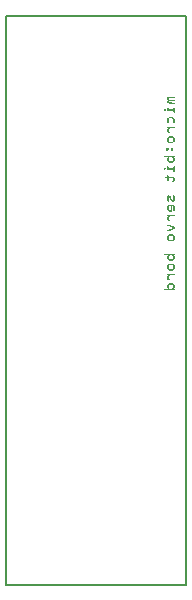
<source format=gbo>
G04 MADE WITH FRITZING*
G04 WWW.FRITZING.ORG*
G04 DOUBLE SIDED*
G04 HOLES PLATED*
G04 CONTOUR ON CENTER OF CONTOUR VECTOR*
%ASAXBY*%
%FSLAX23Y23*%
%MOIN*%
%OFA0B0*%
%SFA1.0B1.0*%
%ADD10R,0.609362X1.904370X0.593362X1.888370*%
%ADD11C,0.008000*%
%ADD12R,0.001000X0.001000*%
%LNSILK0*%
G90*
G70*
G54D11*
X4Y1900D02*
X605Y1900D01*
X605Y4D01*
X4Y4D01*
X4Y1900D01*
D02*
G54D12*
X543Y1629D02*
X565Y1629D01*
X542Y1628D02*
X566Y1628D01*
X542Y1627D02*
X567Y1627D01*
X542Y1626D02*
X566Y1626D01*
X543Y1625D02*
X565Y1625D01*
X543Y1624D02*
X548Y1624D01*
X543Y1623D02*
X547Y1623D01*
X542Y1622D02*
X546Y1622D01*
X542Y1621D02*
X546Y1621D01*
X542Y1620D02*
X564Y1620D01*
X542Y1619D02*
X566Y1619D01*
X543Y1618D02*
X567Y1618D01*
X544Y1617D02*
X566Y1617D01*
X544Y1616D02*
X566Y1616D01*
X543Y1615D02*
X548Y1615D01*
X543Y1614D02*
X547Y1614D01*
X542Y1613D02*
X546Y1613D01*
X542Y1612D02*
X546Y1612D01*
X542Y1611D02*
X557Y1611D01*
X543Y1610D02*
X566Y1610D01*
X543Y1609D02*
X567Y1609D01*
X544Y1608D02*
X567Y1608D01*
X547Y1607D02*
X566Y1607D01*
X543Y1593D02*
X545Y1593D01*
X564Y1593D02*
X566Y1593D01*
X542Y1592D02*
X546Y1592D01*
X563Y1592D02*
X567Y1592D01*
X542Y1591D02*
X546Y1591D01*
X563Y1591D02*
X567Y1591D01*
X542Y1590D02*
X546Y1590D01*
X563Y1590D02*
X567Y1590D01*
X532Y1589D02*
X535Y1589D01*
X542Y1589D02*
X546Y1589D01*
X563Y1589D02*
X567Y1589D01*
X531Y1588D02*
X536Y1588D01*
X542Y1588D02*
X546Y1588D01*
X563Y1588D02*
X567Y1588D01*
X531Y1587D02*
X536Y1587D01*
X542Y1587D02*
X567Y1587D01*
X531Y1586D02*
X536Y1586D01*
X542Y1586D02*
X567Y1586D01*
X531Y1585D02*
X536Y1585D01*
X542Y1585D02*
X567Y1585D01*
X531Y1584D02*
X536Y1584D01*
X542Y1584D02*
X567Y1584D01*
X532Y1583D02*
X535Y1583D01*
X544Y1583D02*
X567Y1583D01*
X563Y1582D02*
X567Y1582D01*
X563Y1581D02*
X567Y1581D01*
X563Y1580D02*
X567Y1580D01*
X563Y1579D02*
X567Y1579D01*
X563Y1578D02*
X567Y1578D01*
X564Y1577D02*
X566Y1577D01*
X550Y1563D02*
X559Y1563D01*
X548Y1562D02*
X561Y1562D01*
X547Y1561D02*
X562Y1561D01*
X546Y1560D02*
X563Y1560D01*
X545Y1559D02*
X564Y1559D01*
X544Y1558D02*
X549Y1558D01*
X559Y1558D02*
X564Y1558D01*
X543Y1557D02*
X548Y1557D01*
X560Y1557D02*
X565Y1557D01*
X543Y1556D02*
X548Y1556D01*
X561Y1556D02*
X566Y1556D01*
X542Y1555D02*
X547Y1555D01*
X562Y1555D02*
X566Y1555D01*
X542Y1554D02*
X546Y1554D01*
X563Y1554D02*
X566Y1554D01*
X542Y1553D02*
X546Y1553D01*
X563Y1553D02*
X567Y1553D01*
X542Y1552D02*
X546Y1552D01*
X563Y1552D02*
X567Y1552D01*
X542Y1551D02*
X546Y1551D01*
X563Y1551D02*
X567Y1551D01*
X542Y1550D02*
X546Y1550D01*
X563Y1550D02*
X567Y1550D01*
X542Y1549D02*
X546Y1549D01*
X563Y1549D02*
X567Y1549D01*
X542Y1548D02*
X546Y1548D01*
X563Y1548D02*
X567Y1548D01*
X542Y1547D02*
X546Y1547D01*
X563Y1547D02*
X567Y1547D01*
X542Y1546D02*
X546Y1546D01*
X563Y1546D02*
X567Y1546D01*
X542Y1545D02*
X546Y1545D01*
X563Y1545D02*
X567Y1545D01*
X542Y1544D02*
X546Y1544D01*
X563Y1544D02*
X567Y1544D01*
X542Y1543D02*
X546Y1543D01*
X563Y1543D02*
X567Y1543D01*
X543Y1542D02*
X545Y1542D01*
X564Y1542D02*
X566Y1542D01*
X543Y1530D02*
X566Y1530D01*
X542Y1529D02*
X567Y1529D01*
X542Y1528D02*
X567Y1528D01*
X543Y1527D02*
X566Y1527D01*
X547Y1526D02*
X552Y1526D01*
X546Y1525D02*
X551Y1525D01*
X545Y1524D02*
X550Y1524D01*
X544Y1523D02*
X549Y1523D01*
X543Y1522D02*
X548Y1522D01*
X543Y1521D02*
X548Y1521D01*
X542Y1520D02*
X547Y1520D01*
X542Y1519D02*
X546Y1519D01*
X542Y1518D02*
X546Y1518D01*
X542Y1517D02*
X546Y1517D01*
X542Y1516D02*
X546Y1516D01*
X542Y1515D02*
X546Y1515D01*
X542Y1514D02*
X546Y1514D01*
X543Y1513D02*
X548Y1513D01*
X543Y1512D02*
X551Y1512D01*
X544Y1511D02*
X551Y1511D01*
X545Y1510D02*
X551Y1510D01*
X546Y1509D02*
X551Y1509D01*
X549Y1498D02*
X560Y1498D01*
X547Y1497D02*
X562Y1497D01*
X545Y1496D02*
X563Y1496D01*
X545Y1495D02*
X564Y1495D01*
X544Y1494D02*
X565Y1494D01*
X543Y1493D02*
X548Y1493D01*
X561Y1493D02*
X566Y1493D01*
X543Y1492D02*
X547Y1492D01*
X562Y1492D02*
X566Y1492D01*
X542Y1491D02*
X546Y1491D01*
X563Y1491D02*
X566Y1491D01*
X542Y1490D02*
X546Y1490D01*
X563Y1490D02*
X567Y1490D01*
X542Y1489D02*
X546Y1489D01*
X563Y1489D02*
X567Y1489D01*
X542Y1488D02*
X546Y1488D01*
X563Y1488D02*
X567Y1488D01*
X542Y1487D02*
X546Y1487D01*
X563Y1487D02*
X567Y1487D01*
X542Y1486D02*
X546Y1486D01*
X563Y1486D02*
X567Y1486D01*
X542Y1485D02*
X546Y1485D01*
X563Y1485D02*
X567Y1485D01*
X542Y1484D02*
X546Y1484D01*
X563Y1484D02*
X567Y1484D01*
X542Y1483D02*
X546Y1483D01*
X563Y1483D02*
X566Y1483D01*
X542Y1482D02*
X547Y1482D01*
X562Y1482D02*
X566Y1482D01*
X543Y1481D02*
X548Y1481D01*
X561Y1481D02*
X566Y1481D01*
X544Y1480D02*
X565Y1480D01*
X544Y1479D02*
X564Y1479D01*
X545Y1478D02*
X563Y1478D01*
X546Y1477D02*
X562Y1477D01*
X548Y1476D02*
X560Y1476D01*
X539Y1458D02*
X545Y1458D01*
X554Y1458D02*
X560Y1458D01*
X538Y1457D02*
X546Y1457D01*
X554Y1457D02*
X561Y1457D01*
X538Y1456D02*
X546Y1456D01*
X554Y1456D02*
X561Y1456D01*
X538Y1455D02*
X546Y1455D01*
X554Y1455D02*
X561Y1455D01*
X538Y1454D02*
X546Y1454D01*
X554Y1454D02*
X561Y1454D01*
X538Y1453D02*
X546Y1453D01*
X554Y1453D02*
X561Y1453D01*
X538Y1452D02*
X546Y1452D01*
X554Y1452D02*
X561Y1452D01*
X539Y1451D02*
X545Y1451D01*
X554Y1451D02*
X561Y1451D01*
X540Y1450D02*
X544Y1450D01*
X555Y1450D02*
X560Y1450D01*
X533Y1432D02*
X566Y1432D01*
X533Y1431D02*
X567Y1431D01*
X533Y1430D02*
X567Y1430D01*
X533Y1429D02*
X566Y1429D01*
X544Y1428D02*
X550Y1428D01*
X558Y1428D02*
X564Y1428D01*
X544Y1427D02*
X549Y1427D01*
X560Y1427D02*
X565Y1427D01*
X543Y1426D02*
X548Y1426D01*
X560Y1426D02*
X565Y1426D01*
X543Y1425D02*
X547Y1425D01*
X561Y1425D02*
X566Y1425D01*
X542Y1424D02*
X547Y1424D01*
X562Y1424D02*
X566Y1424D01*
X542Y1423D02*
X546Y1423D01*
X563Y1423D02*
X567Y1423D01*
X542Y1422D02*
X546Y1422D01*
X563Y1422D02*
X567Y1422D01*
X542Y1421D02*
X546Y1421D01*
X563Y1421D02*
X567Y1421D01*
X542Y1420D02*
X546Y1420D01*
X563Y1420D02*
X567Y1420D01*
X542Y1419D02*
X546Y1419D01*
X563Y1419D02*
X567Y1419D01*
X542Y1418D02*
X546Y1418D01*
X563Y1418D02*
X567Y1418D01*
X542Y1417D02*
X546Y1417D01*
X562Y1417D02*
X566Y1417D01*
X543Y1416D02*
X547Y1416D01*
X561Y1416D02*
X566Y1416D01*
X543Y1415D02*
X549Y1415D01*
X560Y1415D02*
X565Y1415D01*
X544Y1414D02*
X565Y1414D01*
X545Y1413D02*
X564Y1413D01*
X546Y1412D02*
X563Y1412D01*
X547Y1411D02*
X561Y1411D01*
X543Y1397D02*
X545Y1397D01*
X564Y1397D02*
X566Y1397D01*
X542Y1396D02*
X546Y1396D01*
X563Y1396D02*
X567Y1396D01*
X542Y1395D02*
X546Y1395D01*
X563Y1395D02*
X567Y1395D01*
X542Y1394D02*
X546Y1394D01*
X563Y1394D02*
X567Y1394D01*
X532Y1393D02*
X535Y1393D01*
X542Y1393D02*
X546Y1393D01*
X563Y1393D02*
X567Y1393D01*
X531Y1392D02*
X536Y1392D01*
X542Y1392D02*
X546Y1392D01*
X563Y1392D02*
X567Y1392D01*
X531Y1391D02*
X536Y1391D01*
X542Y1391D02*
X567Y1391D01*
X531Y1390D02*
X536Y1390D01*
X542Y1390D02*
X567Y1390D01*
X531Y1389D02*
X536Y1389D01*
X542Y1389D02*
X567Y1389D01*
X531Y1388D02*
X536Y1388D01*
X542Y1388D02*
X567Y1388D01*
X532Y1387D02*
X535Y1387D01*
X543Y1387D02*
X567Y1387D01*
X563Y1386D02*
X567Y1386D01*
X563Y1385D02*
X567Y1385D01*
X563Y1384D02*
X567Y1384D01*
X563Y1383D02*
X567Y1383D01*
X563Y1382D02*
X567Y1382D01*
X563Y1381D02*
X566Y1381D01*
X565Y1380D02*
X565Y1380D01*
X543Y1367D02*
X544Y1367D01*
X542Y1366D02*
X545Y1366D01*
X542Y1365D02*
X546Y1365D01*
X542Y1364D02*
X546Y1364D01*
X542Y1363D02*
X546Y1363D01*
X535Y1362D02*
X563Y1362D01*
X535Y1361D02*
X564Y1361D01*
X535Y1360D02*
X565Y1360D01*
X535Y1359D02*
X566Y1359D01*
X542Y1358D02*
X546Y1358D01*
X562Y1358D02*
X566Y1358D01*
X542Y1357D02*
X546Y1357D01*
X563Y1357D02*
X567Y1357D01*
X542Y1356D02*
X546Y1356D01*
X563Y1356D02*
X567Y1356D01*
X542Y1355D02*
X546Y1355D01*
X563Y1355D02*
X567Y1355D01*
X542Y1354D02*
X546Y1354D01*
X563Y1354D02*
X567Y1354D01*
X542Y1353D02*
X546Y1353D01*
X563Y1353D02*
X567Y1353D01*
X542Y1352D02*
X546Y1352D01*
X563Y1352D02*
X567Y1352D01*
X542Y1351D02*
X546Y1351D01*
X563Y1351D02*
X567Y1351D01*
X542Y1350D02*
X546Y1350D01*
X562Y1350D02*
X566Y1350D01*
X542Y1349D02*
X546Y1349D01*
X560Y1349D02*
X566Y1349D01*
X543Y1348D02*
X545Y1348D01*
X559Y1348D02*
X565Y1348D01*
X559Y1347D02*
X565Y1347D01*
X560Y1346D02*
X563Y1346D01*
X561Y1345D02*
X561Y1345D01*
X546Y1301D02*
X549Y1301D01*
X562Y1301D02*
X564Y1301D01*
X544Y1300D02*
X551Y1300D01*
X561Y1300D02*
X565Y1300D01*
X543Y1299D02*
X551Y1299D01*
X561Y1299D02*
X566Y1299D01*
X543Y1298D02*
X552Y1298D01*
X562Y1298D02*
X566Y1298D01*
X542Y1297D02*
X553Y1297D01*
X563Y1297D02*
X566Y1297D01*
X542Y1296D02*
X546Y1296D01*
X549Y1296D02*
X553Y1296D01*
X563Y1296D02*
X567Y1296D01*
X542Y1295D02*
X546Y1295D01*
X550Y1295D02*
X553Y1295D01*
X563Y1295D02*
X567Y1295D01*
X542Y1294D02*
X546Y1294D01*
X550Y1294D02*
X554Y1294D01*
X563Y1294D02*
X567Y1294D01*
X542Y1293D02*
X546Y1293D01*
X550Y1293D02*
X554Y1293D01*
X563Y1293D02*
X567Y1293D01*
X542Y1292D02*
X546Y1292D01*
X551Y1292D02*
X555Y1292D01*
X563Y1292D02*
X567Y1292D01*
X542Y1291D02*
X546Y1291D01*
X551Y1291D02*
X555Y1291D01*
X563Y1291D02*
X567Y1291D01*
X542Y1290D02*
X546Y1290D01*
X552Y1290D02*
X556Y1290D01*
X563Y1290D02*
X567Y1290D01*
X542Y1289D02*
X546Y1289D01*
X552Y1289D02*
X556Y1289D01*
X563Y1289D02*
X567Y1289D01*
X542Y1288D02*
X546Y1288D01*
X553Y1288D02*
X556Y1288D01*
X563Y1288D02*
X567Y1288D01*
X542Y1287D02*
X546Y1287D01*
X553Y1287D02*
X557Y1287D01*
X563Y1287D02*
X567Y1287D01*
X542Y1286D02*
X546Y1286D01*
X553Y1286D02*
X557Y1286D01*
X563Y1286D02*
X567Y1286D01*
X542Y1285D02*
X546Y1285D01*
X554Y1285D02*
X558Y1285D01*
X563Y1285D02*
X566Y1285D01*
X542Y1284D02*
X547Y1284D01*
X554Y1284D02*
X566Y1284D01*
X543Y1283D02*
X547Y1283D01*
X555Y1283D02*
X566Y1283D01*
X543Y1282D02*
X548Y1282D01*
X556Y1282D02*
X565Y1282D01*
X544Y1281D02*
X547Y1281D01*
X557Y1281D02*
X564Y1281D01*
X558Y1280D02*
X562Y1280D01*
X549Y1269D02*
X560Y1269D01*
X547Y1268D02*
X562Y1268D01*
X545Y1267D02*
X563Y1267D01*
X544Y1266D02*
X564Y1266D01*
X544Y1265D02*
X565Y1265D01*
X543Y1264D02*
X548Y1264D01*
X554Y1264D02*
X557Y1264D01*
X561Y1264D02*
X566Y1264D01*
X543Y1263D02*
X547Y1263D01*
X554Y1263D02*
X557Y1263D01*
X562Y1263D02*
X566Y1263D01*
X542Y1262D02*
X546Y1262D01*
X554Y1262D02*
X557Y1262D01*
X563Y1262D02*
X567Y1262D01*
X542Y1261D02*
X546Y1261D01*
X554Y1261D02*
X557Y1261D01*
X563Y1261D02*
X567Y1261D01*
X542Y1260D02*
X546Y1260D01*
X554Y1260D02*
X557Y1260D01*
X563Y1260D02*
X567Y1260D01*
X542Y1259D02*
X546Y1259D01*
X554Y1259D02*
X557Y1259D01*
X563Y1259D02*
X567Y1259D01*
X542Y1258D02*
X546Y1258D01*
X554Y1258D02*
X557Y1258D01*
X563Y1258D02*
X567Y1258D01*
X542Y1257D02*
X546Y1257D01*
X554Y1257D02*
X557Y1257D01*
X563Y1257D02*
X567Y1257D01*
X542Y1256D02*
X546Y1256D01*
X554Y1256D02*
X557Y1256D01*
X563Y1256D02*
X567Y1256D01*
X542Y1255D02*
X546Y1255D01*
X554Y1255D02*
X557Y1255D01*
X563Y1255D02*
X567Y1255D01*
X542Y1254D02*
X546Y1254D01*
X554Y1254D02*
X557Y1254D01*
X563Y1254D02*
X567Y1254D01*
X542Y1253D02*
X547Y1253D01*
X554Y1253D02*
X557Y1253D01*
X563Y1253D02*
X567Y1253D01*
X543Y1252D02*
X548Y1252D01*
X554Y1252D02*
X557Y1252D01*
X563Y1252D02*
X567Y1252D01*
X544Y1251D02*
X557Y1251D01*
X563Y1251D02*
X567Y1251D01*
X544Y1250D02*
X557Y1250D01*
X563Y1250D02*
X567Y1250D01*
X545Y1249D02*
X557Y1249D01*
X563Y1249D02*
X567Y1249D01*
X546Y1248D02*
X557Y1248D01*
X563Y1248D02*
X566Y1248D01*
X549Y1247D02*
X556Y1247D01*
X565Y1247D02*
X565Y1247D01*
X543Y1236D02*
X566Y1236D01*
X542Y1235D02*
X566Y1235D01*
X542Y1234D02*
X567Y1234D01*
X543Y1233D02*
X566Y1233D01*
X544Y1232D02*
X565Y1232D01*
X546Y1231D02*
X551Y1231D01*
X545Y1230D02*
X550Y1230D01*
X545Y1229D02*
X550Y1229D01*
X544Y1228D02*
X549Y1228D01*
X543Y1227D02*
X548Y1227D01*
X542Y1226D02*
X547Y1226D01*
X542Y1225D02*
X546Y1225D01*
X542Y1224D02*
X546Y1224D01*
X542Y1223D02*
X546Y1223D01*
X542Y1222D02*
X546Y1222D01*
X542Y1221D02*
X546Y1221D01*
X542Y1220D02*
X546Y1220D01*
X542Y1219D02*
X547Y1219D01*
X543Y1218D02*
X551Y1218D01*
X544Y1217D02*
X551Y1217D01*
X544Y1216D02*
X551Y1216D01*
X546Y1215D02*
X551Y1215D01*
X543Y1203D02*
X550Y1203D01*
X542Y1202D02*
X552Y1202D01*
X542Y1201D02*
X554Y1201D01*
X543Y1200D02*
X556Y1200D01*
X548Y1199D02*
X559Y1199D01*
X551Y1198D02*
X561Y1198D01*
X553Y1197D02*
X563Y1197D01*
X555Y1196D02*
X565Y1196D01*
X558Y1195D02*
X566Y1195D01*
X560Y1194D02*
X567Y1194D01*
X562Y1193D02*
X567Y1193D01*
X561Y1192D02*
X567Y1192D01*
X559Y1191D02*
X567Y1191D01*
X557Y1190D02*
X566Y1190D01*
X555Y1189D02*
X565Y1189D01*
X552Y1188D02*
X563Y1188D01*
X550Y1187D02*
X560Y1187D01*
X548Y1186D02*
X558Y1186D01*
X543Y1185D02*
X556Y1185D01*
X542Y1184D02*
X554Y1184D01*
X542Y1183D02*
X551Y1183D01*
X543Y1182D02*
X549Y1182D01*
X549Y1171D02*
X560Y1171D01*
X547Y1170D02*
X562Y1170D01*
X545Y1169D02*
X563Y1169D01*
X545Y1168D02*
X564Y1168D01*
X544Y1167D02*
X565Y1167D01*
X543Y1166D02*
X548Y1166D01*
X561Y1166D02*
X566Y1166D01*
X543Y1165D02*
X547Y1165D01*
X562Y1165D02*
X566Y1165D01*
X542Y1164D02*
X546Y1164D01*
X563Y1164D02*
X566Y1164D01*
X542Y1163D02*
X546Y1163D01*
X563Y1163D02*
X567Y1163D01*
X542Y1162D02*
X546Y1162D01*
X563Y1162D02*
X567Y1162D01*
X542Y1161D02*
X546Y1161D01*
X563Y1161D02*
X567Y1161D01*
X542Y1160D02*
X546Y1160D01*
X563Y1160D02*
X567Y1160D01*
X542Y1159D02*
X546Y1159D01*
X563Y1159D02*
X567Y1159D01*
X542Y1158D02*
X546Y1158D01*
X563Y1158D02*
X567Y1158D01*
X542Y1157D02*
X546Y1157D01*
X563Y1157D02*
X567Y1157D01*
X542Y1156D02*
X546Y1156D01*
X563Y1156D02*
X566Y1156D01*
X542Y1155D02*
X547Y1155D01*
X562Y1155D02*
X566Y1155D01*
X543Y1154D02*
X548Y1154D01*
X561Y1154D02*
X566Y1154D01*
X544Y1153D02*
X565Y1153D01*
X544Y1152D02*
X564Y1152D01*
X545Y1151D02*
X563Y1151D01*
X546Y1150D02*
X562Y1150D01*
X548Y1149D02*
X560Y1149D01*
X533Y1105D02*
X566Y1105D01*
X533Y1104D02*
X567Y1104D01*
X533Y1103D02*
X567Y1103D01*
X533Y1102D02*
X566Y1102D01*
X544Y1101D02*
X550Y1101D01*
X558Y1101D02*
X564Y1101D01*
X544Y1100D02*
X549Y1100D01*
X560Y1100D02*
X565Y1100D01*
X543Y1099D02*
X548Y1099D01*
X560Y1099D02*
X565Y1099D01*
X543Y1098D02*
X547Y1098D01*
X561Y1098D02*
X566Y1098D01*
X542Y1097D02*
X547Y1097D01*
X562Y1097D02*
X566Y1097D01*
X542Y1096D02*
X546Y1096D01*
X563Y1096D02*
X567Y1096D01*
X542Y1095D02*
X546Y1095D01*
X563Y1095D02*
X567Y1095D01*
X542Y1094D02*
X546Y1094D01*
X563Y1094D02*
X567Y1094D01*
X542Y1093D02*
X546Y1093D01*
X563Y1093D02*
X567Y1093D01*
X542Y1092D02*
X546Y1092D01*
X563Y1092D02*
X567Y1092D01*
X542Y1091D02*
X546Y1091D01*
X563Y1091D02*
X567Y1091D01*
X542Y1090D02*
X546Y1090D01*
X562Y1090D02*
X566Y1090D01*
X543Y1089D02*
X547Y1089D01*
X561Y1089D02*
X566Y1089D01*
X543Y1088D02*
X549Y1088D01*
X560Y1088D02*
X565Y1088D01*
X544Y1087D02*
X565Y1087D01*
X545Y1086D02*
X564Y1086D01*
X546Y1085D02*
X563Y1085D01*
X547Y1084D02*
X561Y1084D01*
X551Y1073D02*
X558Y1073D01*
X547Y1072D02*
X562Y1072D01*
X546Y1071D02*
X563Y1071D01*
X545Y1070D02*
X564Y1070D01*
X544Y1069D02*
X565Y1069D01*
X543Y1068D02*
X548Y1068D01*
X561Y1068D02*
X566Y1068D01*
X543Y1067D02*
X547Y1067D01*
X562Y1067D02*
X566Y1067D01*
X542Y1066D02*
X546Y1066D01*
X563Y1066D02*
X566Y1066D01*
X542Y1065D02*
X546Y1065D01*
X563Y1065D02*
X567Y1065D01*
X542Y1064D02*
X546Y1064D01*
X563Y1064D02*
X567Y1064D01*
X542Y1063D02*
X546Y1063D01*
X563Y1063D02*
X567Y1063D01*
X542Y1062D02*
X546Y1062D01*
X563Y1062D02*
X567Y1062D01*
X542Y1061D02*
X546Y1061D01*
X563Y1061D02*
X567Y1061D01*
X542Y1060D02*
X546Y1060D01*
X563Y1060D02*
X567Y1060D01*
X542Y1059D02*
X546Y1059D01*
X563Y1059D02*
X567Y1059D01*
X542Y1058D02*
X546Y1058D01*
X563Y1058D02*
X566Y1058D01*
X542Y1057D02*
X547Y1057D01*
X562Y1057D02*
X566Y1057D01*
X543Y1056D02*
X547Y1056D01*
X561Y1056D02*
X566Y1056D01*
X543Y1055D02*
X565Y1055D01*
X544Y1054D02*
X564Y1054D01*
X545Y1053D02*
X564Y1053D01*
X546Y1052D02*
X562Y1052D01*
X548Y1051D02*
X561Y1051D01*
X543Y1040D02*
X565Y1040D01*
X542Y1039D02*
X566Y1039D01*
X542Y1038D02*
X567Y1038D01*
X542Y1037D02*
X566Y1037D01*
X543Y1036D02*
X565Y1036D01*
X546Y1035D02*
X551Y1035D01*
X546Y1034D02*
X551Y1034D01*
X545Y1033D02*
X550Y1033D01*
X544Y1032D02*
X549Y1032D01*
X543Y1031D02*
X548Y1031D01*
X542Y1030D02*
X547Y1030D01*
X542Y1029D02*
X546Y1029D01*
X542Y1028D02*
X546Y1028D01*
X542Y1027D02*
X546Y1027D01*
X542Y1026D02*
X546Y1026D01*
X542Y1025D02*
X546Y1025D01*
X542Y1024D02*
X546Y1024D01*
X542Y1023D02*
X547Y1023D01*
X543Y1022D02*
X550Y1022D01*
X543Y1021D02*
X551Y1021D01*
X544Y1020D02*
X551Y1020D01*
X545Y1019D02*
X551Y1019D01*
X548Y1018D02*
X550Y1018D01*
X548Y1007D02*
X561Y1007D01*
X546Y1006D02*
X563Y1006D01*
X545Y1005D02*
X564Y1005D01*
X544Y1004D02*
X565Y1004D01*
X543Y1003D02*
X549Y1003D01*
X560Y1003D02*
X565Y1003D01*
X543Y1002D02*
X547Y1002D01*
X561Y1002D02*
X566Y1002D01*
X542Y1001D02*
X546Y1001D01*
X562Y1001D02*
X566Y1001D01*
X542Y1000D02*
X546Y1000D01*
X563Y1000D02*
X567Y1000D01*
X542Y999D02*
X546Y999D01*
X563Y999D02*
X567Y999D01*
X542Y998D02*
X546Y998D01*
X563Y998D02*
X567Y998D01*
X542Y997D02*
X546Y997D01*
X563Y997D02*
X567Y997D01*
X542Y996D02*
X546Y996D01*
X563Y996D02*
X567Y996D01*
X542Y995D02*
X546Y995D01*
X563Y995D02*
X567Y995D01*
X542Y994D02*
X547Y994D01*
X562Y994D02*
X566Y994D01*
X543Y993D02*
X547Y993D01*
X561Y993D02*
X566Y993D01*
X543Y992D02*
X548Y992D01*
X560Y992D02*
X565Y992D01*
X544Y991D02*
X549Y991D01*
X560Y991D02*
X565Y991D01*
X545Y990D02*
X550Y990D01*
X558Y990D02*
X564Y990D01*
X533Y989D02*
X566Y989D01*
X533Y988D02*
X567Y988D01*
X533Y987D02*
X567Y987D01*
X533Y986D02*
X566Y986D01*
D02*
G04 End of Silk0*
M02*
</source>
